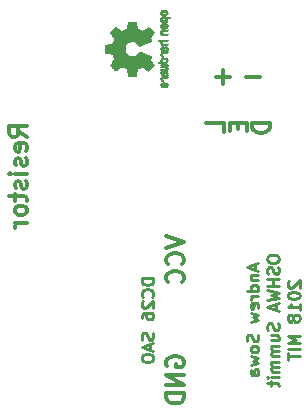
<source format=gbr>
G04 #@! TF.GenerationSoftware,KiCad,Pcbnew,(5.0.0)*
G04 #@! TF.CreationDate,2018-08-31T01:49:10-05:00*
G04 #@! TF.ProjectId,OSHWA Addon,4F53485741204164646F6E2E6B696361,rev?*
G04 #@! TF.SameCoordinates,Original*
G04 #@! TF.FileFunction,Legend,Bot*
G04 #@! TF.FilePolarity,Positive*
%FSLAX46Y46*%
G04 Gerber Fmt 4.6, Leading zero omitted, Abs format (unit mm)*
G04 Created by KiCad (PCBNEW (5.0.0)) date 08/31/18 01:49:10*
%MOMM*%
%LPD*%
G01*
G04 APERTURE LIST*
%ADD10C,0.300000*%
%ADD11C,0.250000*%
%ADD12C,0.010000*%
G04 APERTURE END LIST*
D10*
X26678571Y-12337142D02*
X25178571Y-12337142D01*
X25178571Y-12694285D01*
X25250000Y-12908571D01*
X25392857Y-13051428D01*
X25535714Y-13122857D01*
X25821428Y-13194285D01*
X26035714Y-13194285D01*
X26321428Y-13122857D01*
X26464285Y-13051428D01*
X26607142Y-12908571D01*
X26678571Y-12694285D01*
X26678571Y-12337142D01*
X22808571Y-13054285D02*
X22808571Y-12340000D01*
X21308571Y-12340000D01*
X23982857Y-12318571D02*
X23982857Y-12818571D01*
X24768571Y-13032857D02*
X24768571Y-12318571D01*
X23268571Y-12318571D01*
X23268571Y-13032857D01*
D11*
X16812380Y-25476190D02*
X15812380Y-25476190D01*
X15812380Y-25714285D01*
X15860000Y-25857142D01*
X15955238Y-25952380D01*
X16050476Y-26000000D01*
X16240952Y-26047619D01*
X16383809Y-26047619D01*
X16574285Y-26000000D01*
X16669523Y-25952380D01*
X16764761Y-25857142D01*
X16812380Y-25714285D01*
X16812380Y-25476190D01*
X16717142Y-27047619D02*
X16764761Y-27000000D01*
X16812380Y-26857142D01*
X16812380Y-26761904D01*
X16764761Y-26619047D01*
X16669523Y-26523809D01*
X16574285Y-26476190D01*
X16383809Y-26428571D01*
X16240952Y-26428571D01*
X16050476Y-26476190D01*
X15955238Y-26523809D01*
X15860000Y-26619047D01*
X15812380Y-26761904D01*
X15812380Y-26857142D01*
X15860000Y-27000000D01*
X15907619Y-27047619D01*
X15907619Y-27428571D02*
X15860000Y-27476190D01*
X15812380Y-27571428D01*
X15812380Y-27809523D01*
X15860000Y-27904761D01*
X15907619Y-27952380D01*
X16002857Y-28000000D01*
X16098095Y-28000000D01*
X16240952Y-27952380D01*
X16812380Y-27380952D01*
X16812380Y-28000000D01*
X15812380Y-28857142D02*
X15812380Y-28666666D01*
X15860000Y-28571428D01*
X15907619Y-28523809D01*
X16050476Y-28428571D01*
X16240952Y-28380952D01*
X16621904Y-28380952D01*
X16717142Y-28428571D01*
X16764761Y-28476190D01*
X16812380Y-28571428D01*
X16812380Y-28761904D01*
X16764761Y-28857142D01*
X16717142Y-28904761D01*
X16621904Y-28952380D01*
X16383809Y-28952380D01*
X16288571Y-28904761D01*
X16240952Y-28857142D01*
X16193333Y-28761904D01*
X16193333Y-28571428D01*
X16240952Y-28476190D01*
X16288571Y-28428571D01*
X16383809Y-28380952D01*
X16764761Y-30095238D02*
X16812380Y-30238095D01*
X16812380Y-30476190D01*
X16764761Y-30571428D01*
X16717142Y-30619047D01*
X16621904Y-30666666D01*
X16526666Y-30666666D01*
X16431428Y-30619047D01*
X16383809Y-30571428D01*
X16336190Y-30476190D01*
X16288571Y-30285714D01*
X16240952Y-30190476D01*
X16193333Y-30142857D01*
X16098095Y-30095238D01*
X16002857Y-30095238D01*
X15907619Y-30142857D01*
X15860000Y-30190476D01*
X15812380Y-30285714D01*
X15812380Y-30523809D01*
X15860000Y-30666666D01*
X16526666Y-31047619D02*
X16526666Y-31523809D01*
X16812380Y-30952380D02*
X15812380Y-31285714D01*
X16812380Y-31619047D01*
X15812380Y-32142857D02*
X15812380Y-32333333D01*
X15860000Y-32428571D01*
X15955238Y-32523809D01*
X16145714Y-32571428D01*
X16479047Y-32571428D01*
X16669523Y-32523809D01*
X16764761Y-32428571D01*
X16812380Y-32333333D01*
X16812380Y-32142857D01*
X16764761Y-32047619D01*
X16669523Y-31952380D01*
X16479047Y-31904761D01*
X16145714Y-31904761D01*
X15955238Y-31952380D01*
X15860000Y-32047619D01*
X15812380Y-32142857D01*
X25416666Y-24309523D02*
X25416666Y-24785714D01*
X25702380Y-24214285D02*
X24702380Y-24547619D01*
X25702380Y-24880952D01*
X25035714Y-25214285D02*
X25702380Y-25214285D01*
X25130952Y-25214285D02*
X25083333Y-25261904D01*
X25035714Y-25357142D01*
X25035714Y-25500000D01*
X25083333Y-25595238D01*
X25178571Y-25642857D01*
X25702380Y-25642857D01*
X25702380Y-26547619D02*
X24702380Y-26547619D01*
X25654761Y-26547619D02*
X25702380Y-26452380D01*
X25702380Y-26261904D01*
X25654761Y-26166666D01*
X25607142Y-26119047D01*
X25511904Y-26071428D01*
X25226190Y-26071428D01*
X25130952Y-26119047D01*
X25083333Y-26166666D01*
X25035714Y-26261904D01*
X25035714Y-26452380D01*
X25083333Y-26547619D01*
X25702380Y-27023809D02*
X25035714Y-27023809D01*
X25226190Y-27023809D02*
X25130952Y-27071428D01*
X25083333Y-27119047D01*
X25035714Y-27214285D01*
X25035714Y-27309523D01*
X25654761Y-28023809D02*
X25702380Y-27928571D01*
X25702380Y-27738095D01*
X25654761Y-27642857D01*
X25559523Y-27595238D01*
X25178571Y-27595238D01*
X25083333Y-27642857D01*
X25035714Y-27738095D01*
X25035714Y-27928571D01*
X25083333Y-28023809D01*
X25178571Y-28071428D01*
X25273809Y-28071428D01*
X25369047Y-27595238D01*
X25035714Y-28404761D02*
X25702380Y-28595238D01*
X25226190Y-28785714D01*
X25702380Y-28976190D01*
X25035714Y-29166666D01*
X25654761Y-30261904D02*
X25702380Y-30404761D01*
X25702380Y-30642857D01*
X25654761Y-30738095D01*
X25607142Y-30785714D01*
X25511904Y-30833333D01*
X25416666Y-30833333D01*
X25321428Y-30785714D01*
X25273809Y-30738095D01*
X25226190Y-30642857D01*
X25178571Y-30452380D01*
X25130952Y-30357142D01*
X25083333Y-30309523D01*
X24988095Y-30261904D01*
X24892857Y-30261904D01*
X24797619Y-30309523D01*
X24750000Y-30357142D01*
X24702380Y-30452380D01*
X24702380Y-30690476D01*
X24750000Y-30833333D01*
X25702380Y-31404761D02*
X25654761Y-31309523D01*
X25607142Y-31261904D01*
X25511904Y-31214285D01*
X25226190Y-31214285D01*
X25130952Y-31261904D01*
X25083333Y-31309523D01*
X25035714Y-31404761D01*
X25035714Y-31547619D01*
X25083333Y-31642857D01*
X25130952Y-31690476D01*
X25226190Y-31738095D01*
X25511904Y-31738095D01*
X25607142Y-31690476D01*
X25654761Y-31642857D01*
X25702380Y-31547619D01*
X25702380Y-31404761D01*
X25035714Y-32071428D02*
X25702380Y-32261904D01*
X25226190Y-32452380D01*
X25702380Y-32642857D01*
X25035714Y-32833333D01*
X25702380Y-33642857D02*
X25178571Y-33642857D01*
X25083333Y-33595238D01*
X25035714Y-33500000D01*
X25035714Y-33309523D01*
X25083333Y-33214285D01*
X25654761Y-33642857D02*
X25702380Y-33547619D01*
X25702380Y-33309523D01*
X25654761Y-33214285D01*
X25559523Y-33166666D01*
X25464285Y-33166666D01*
X25369047Y-33214285D01*
X25321428Y-33309523D01*
X25321428Y-33547619D01*
X25273809Y-33642857D01*
X26452380Y-23738095D02*
X26452380Y-23928571D01*
X26500000Y-24023809D01*
X26595238Y-24119047D01*
X26785714Y-24166666D01*
X27119047Y-24166666D01*
X27309523Y-24119047D01*
X27404761Y-24023809D01*
X27452380Y-23928571D01*
X27452380Y-23738095D01*
X27404761Y-23642857D01*
X27309523Y-23547619D01*
X27119047Y-23500000D01*
X26785714Y-23500000D01*
X26595238Y-23547619D01*
X26500000Y-23642857D01*
X26452380Y-23738095D01*
X27404761Y-24547619D02*
X27452380Y-24690476D01*
X27452380Y-24928571D01*
X27404761Y-25023809D01*
X27357142Y-25071428D01*
X27261904Y-25119047D01*
X27166666Y-25119047D01*
X27071428Y-25071428D01*
X27023809Y-25023809D01*
X26976190Y-24928571D01*
X26928571Y-24738095D01*
X26880952Y-24642857D01*
X26833333Y-24595238D01*
X26738095Y-24547619D01*
X26642857Y-24547619D01*
X26547619Y-24595238D01*
X26500000Y-24642857D01*
X26452380Y-24738095D01*
X26452380Y-24976190D01*
X26500000Y-25119047D01*
X27452380Y-25547619D02*
X26452380Y-25547619D01*
X26928571Y-25547619D02*
X26928571Y-26119047D01*
X27452380Y-26119047D02*
X26452380Y-26119047D01*
X26452380Y-26500000D02*
X27452380Y-26738095D01*
X26738095Y-26928571D01*
X27452380Y-27119047D01*
X26452380Y-27357142D01*
X27166666Y-27690476D02*
X27166666Y-28166666D01*
X27452380Y-27595238D02*
X26452380Y-27928571D01*
X27452380Y-28261904D01*
X27404761Y-29309523D02*
X27452380Y-29452380D01*
X27452380Y-29690476D01*
X27404761Y-29785714D01*
X27357142Y-29833333D01*
X27261904Y-29880952D01*
X27166666Y-29880952D01*
X27071428Y-29833333D01*
X27023809Y-29785714D01*
X26976190Y-29690476D01*
X26928571Y-29500000D01*
X26880952Y-29404761D01*
X26833333Y-29357142D01*
X26738095Y-29309523D01*
X26642857Y-29309523D01*
X26547619Y-29357142D01*
X26500000Y-29404761D01*
X26452380Y-29500000D01*
X26452380Y-29738095D01*
X26500000Y-29880952D01*
X26785714Y-30738095D02*
X27452380Y-30738095D01*
X26785714Y-30309523D02*
X27309523Y-30309523D01*
X27404761Y-30357142D01*
X27452380Y-30452380D01*
X27452380Y-30595238D01*
X27404761Y-30690476D01*
X27357142Y-30738095D01*
X27452380Y-31214285D02*
X26785714Y-31214285D01*
X26880952Y-31214285D02*
X26833333Y-31261904D01*
X26785714Y-31357142D01*
X26785714Y-31500000D01*
X26833333Y-31595238D01*
X26928571Y-31642857D01*
X27452380Y-31642857D01*
X26928571Y-31642857D02*
X26833333Y-31690476D01*
X26785714Y-31785714D01*
X26785714Y-31928571D01*
X26833333Y-32023809D01*
X26928571Y-32071428D01*
X27452380Y-32071428D01*
X27452380Y-32547619D02*
X26785714Y-32547619D01*
X26880952Y-32547619D02*
X26833333Y-32595238D01*
X26785714Y-32690476D01*
X26785714Y-32833333D01*
X26833333Y-32928571D01*
X26928571Y-32976190D01*
X27452380Y-32976190D01*
X26928571Y-32976190D02*
X26833333Y-33023809D01*
X26785714Y-33119047D01*
X26785714Y-33261904D01*
X26833333Y-33357142D01*
X26928571Y-33404761D01*
X27452380Y-33404761D01*
X27452380Y-33880952D02*
X26785714Y-33880952D01*
X26452380Y-33880952D02*
X26500000Y-33833333D01*
X26547619Y-33880952D01*
X26500000Y-33928571D01*
X26452380Y-33880952D01*
X26547619Y-33880952D01*
X26785714Y-34214285D02*
X26785714Y-34595238D01*
X26452380Y-34357142D02*
X27309523Y-34357142D01*
X27404761Y-34404761D01*
X27452380Y-34500000D01*
X27452380Y-34595238D01*
X28297619Y-25714285D02*
X28250000Y-25761904D01*
X28202380Y-25857142D01*
X28202380Y-26095238D01*
X28250000Y-26190476D01*
X28297619Y-26238095D01*
X28392857Y-26285714D01*
X28488095Y-26285714D01*
X28630952Y-26238095D01*
X29202380Y-25666666D01*
X29202380Y-26285714D01*
X28202380Y-26904761D02*
X28202380Y-27000000D01*
X28250000Y-27095238D01*
X28297619Y-27142857D01*
X28392857Y-27190476D01*
X28583333Y-27238095D01*
X28821428Y-27238095D01*
X29011904Y-27190476D01*
X29107142Y-27142857D01*
X29154761Y-27095238D01*
X29202380Y-27000000D01*
X29202380Y-26904761D01*
X29154761Y-26809523D01*
X29107142Y-26761904D01*
X29011904Y-26714285D01*
X28821428Y-26666666D01*
X28583333Y-26666666D01*
X28392857Y-26714285D01*
X28297619Y-26761904D01*
X28250000Y-26809523D01*
X28202380Y-26904761D01*
X29202380Y-28190476D02*
X29202380Y-27619047D01*
X29202380Y-27904761D02*
X28202380Y-27904761D01*
X28345238Y-27809523D01*
X28440476Y-27714285D01*
X28488095Y-27619047D01*
X28630952Y-28761904D02*
X28583333Y-28666666D01*
X28535714Y-28619047D01*
X28440476Y-28571428D01*
X28392857Y-28571428D01*
X28297619Y-28619047D01*
X28250000Y-28666666D01*
X28202380Y-28761904D01*
X28202380Y-28952380D01*
X28250000Y-29047619D01*
X28297619Y-29095238D01*
X28392857Y-29142857D01*
X28440476Y-29142857D01*
X28535714Y-29095238D01*
X28583333Y-29047619D01*
X28630952Y-28952380D01*
X28630952Y-28761904D01*
X28678571Y-28666666D01*
X28726190Y-28619047D01*
X28821428Y-28571428D01*
X29011904Y-28571428D01*
X29107142Y-28619047D01*
X29154761Y-28666666D01*
X29202380Y-28761904D01*
X29202380Y-28952380D01*
X29154761Y-29047619D01*
X29107142Y-29095238D01*
X29011904Y-29142857D01*
X28821428Y-29142857D01*
X28726190Y-29095238D01*
X28678571Y-29047619D01*
X28630952Y-28952380D01*
X29202380Y-30333333D02*
X28202380Y-30333333D01*
X28916666Y-30666666D01*
X28202380Y-31000000D01*
X29202380Y-31000000D01*
X29202380Y-31476190D02*
X28202380Y-31476190D01*
X28202380Y-31809523D02*
X28202380Y-32380952D01*
X29202380Y-32095238D02*
X28202380Y-32095238D01*
D10*
X25826543Y-8457142D02*
X24683686Y-8457142D01*
X23286543Y-8457142D02*
X22143686Y-8457142D01*
X22715115Y-9028571D02*
X22715115Y-7885714D01*
X6098571Y-13478571D02*
X5384285Y-12978571D01*
X6098571Y-12621428D02*
X4598571Y-12621428D01*
X4598571Y-13192857D01*
X4670000Y-13335714D01*
X4741428Y-13407142D01*
X4884285Y-13478571D01*
X5098571Y-13478571D01*
X5241428Y-13407142D01*
X5312857Y-13335714D01*
X5384285Y-13192857D01*
X5384285Y-12621428D01*
X6027142Y-14692857D02*
X6098571Y-14550000D01*
X6098571Y-14264285D01*
X6027142Y-14121428D01*
X5884285Y-14050000D01*
X5312857Y-14050000D01*
X5170000Y-14121428D01*
X5098571Y-14264285D01*
X5098571Y-14550000D01*
X5170000Y-14692857D01*
X5312857Y-14764285D01*
X5455714Y-14764285D01*
X5598571Y-14050000D01*
X6027142Y-15335714D02*
X6098571Y-15478571D01*
X6098571Y-15764285D01*
X6027142Y-15907142D01*
X5884285Y-15978571D01*
X5812857Y-15978571D01*
X5670000Y-15907142D01*
X5598571Y-15764285D01*
X5598571Y-15550000D01*
X5527142Y-15407142D01*
X5384285Y-15335714D01*
X5312857Y-15335714D01*
X5170000Y-15407142D01*
X5098571Y-15550000D01*
X5098571Y-15764285D01*
X5170000Y-15907142D01*
X6098571Y-16621428D02*
X5098571Y-16621428D01*
X4598571Y-16621428D02*
X4670000Y-16550000D01*
X4741428Y-16621428D01*
X4670000Y-16692857D01*
X4598571Y-16621428D01*
X4741428Y-16621428D01*
X6027142Y-17264285D02*
X6098571Y-17407142D01*
X6098571Y-17692857D01*
X6027142Y-17835714D01*
X5884285Y-17907142D01*
X5812857Y-17907142D01*
X5670000Y-17835714D01*
X5598571Y-17692857D01*
X5598571Y-17478571D01*
X5527142Y-17335714D01*
X5384285Y-17264285D01*
X5312857Y-17264285D01*
X5170000Y-17335714D01*
X5098571Y-17478571D01*
X5098571Y-17692857D01*
X5170000Y-17835714D01*
X5098571Y-18335714D02*
X5098571Y-18907142D01*
X4598571Y-18550000D02*
X5884285Y-18550000D01*
X6027142Y-18621428D01*
X6098571Y-18764285D01*
X6098571Y-18907142D01*
X6098571Y-19621428D02*
X6027142Y-19478571D01*
X5955714Y-19407142D01*
X5812857Y-19335714D01*
X5384285Y-19335714D01*
X5241428Y-19407142D01*
X5170000Y-19478571D01*
X5098571Y-19621428D01*
X5098571Y-19835714D01*
X5170000Y-19978571D01*
X5241428Y-20050000D01*
X5384285Y-20121428D01*
X5812857Y-20121428D01*
X5955714Y-20050000D01*
X6027142Y-19978571D01*
X6098571Y-19835714D01*
X6098571Y-19621428D01*
X6098571Y-20764285D02*
X5098571Y-20764285D01*
X5384285Y-20764285D02*
X5241428Y-20835714D01*
X5170000Y-20907142D01*
X5098571Y-21050000D01*
X5098571Y-21192857D01*
X17980000Y-32927142D02*
X17908571Y-32784285D01*
X17908571Y-32570000D01*
X17980000Y-32355714D01*
X18122857Y-32212857D01*
X18265714Y-32141428D01*
X18551428Y-32070000D01*
X18765714Y-32070000D01*
X19051428Y-32141428D01*
X19194285Y-32212857D01*
X19337142Y-32355714D01*
X19408571Y-32570000D01*
X19408571Y-32712857D01*
X19337142Y-32927142D01*
X19265714Y-32998571D01*
X18765714Y-32998571D01*
X18765714Y-32712857D01*
X19408571Y-33641428D02*
X17908571Y-33641428D01*
X19408571Y-34498571D01*
X17908571Y-34498571D01*
X19408571Y-35212857D02*
X17908571Y-35212857D01*
X17908571Y-35570000D01*
X17980000Y-35784285D01*
X18122857Y-35927142D01*
X18265714Y-35998571D01*
X18551428Y-36070000D01*
X18765714Y-36070000D01*
X19051428Y-35998571D01*
X19194285Y-35927142D01*
X19337142Y-35784285D01*
X19408571Y-35570000D01*
X19408571Y-35212857D01*
X17908571Y-21930000D02*
X19408571Y-22430000D01*
X17908571Y-22930000D01*
X19265714Y-24287142D02*
X19337142Y-24215714D01*
X19408571Y-24001428D01*
X19408571Y-23858571D01*
X19337142Y-23644285D01*
X19194285Y-23501428D01*
X19051428Y-23430000D01*
X18765714Y-23358571D01*
X18551428Y-23358571D01*
X18265714Y-23430000D01*
X18122857Y-23501428D01*
X17980000Y-23644285D01*
X17908571Y-23858571D01*
X17908571Y-24001428D01*
X17980000Y-24215714D01*
X18051428Y-24287142D01*
X19265714Y-25787142D02*
X19337142Y-25715714D01*
X19408571Y-25501428D01*
X19408571Y-25358571D01*
X19337142Y-25144285D01*
X19194285Y-25001428D01*
X19051428Y-24930000D01*
X18765714Y-24858571D01*
X18551428Y-24858571D01*
X18265714Y-24930000D01*
X18122857Y-25001428D01*
X17980000Y-25144285D01*
X17908571Y-25358571D01*
X17908571Y-25501428D01*
X17980000Y-25715714D01*
X18051428Y-25787142D01*
D12*
G04 #@! TO.C,REF\002A\002A*
G36*
X12702348Y-6147207D02*
X12702778Y-6225751D01*
X12703942Y-6282595D01*
X12706207Y-6321402D01*
X12709940Y-6345835D01*
X12715506Y-6359559D01*
X12723273Y-6366237D01*
X12733605Y-6369533D01*
X12734943Y-6369853D01*
X12759079Y-6374859D01*
X12806701Y-6384126D01*
X12872741Y-6396689D01*
X12952128Y-6411584D01*
X13039796Y-6427848D01*
X13042875Y-6428416D01*
X13128789Y-6444707D01*
X13204696Y-6459949D01*
X13266045Y-6473158D01*
X13308282Y-6483351D01*
X13326855Y-6489545D01*
X13327184Y-6489840D01*
X13336253Y-6508085D01*
X13351367Y-6545702D01*
X13369262Y-6594568D01*
X13369358Y-6594840D01*
X13392493Y-6656390D01*
X13421965Y-6728954D01*
X13451597Y-6797354D01*
X13453062Y-6800591D01*
X13503626Y-6911999D01*
X13335160Y-7158696D01*
X13283803Y-7234374D01*
X13237889Y-7302928D01*
X13200030Y-7360385D01*
X13172837Y-7402773D01*
X13158921Y-7426122D01*
X13157889Y-7428339D01*
X13162484Y-7445307D01*
X13184655Y-7476998D01*
X13225447Y-7524649D01*
X13285905Y-7589495D01*
X13350227Y-7655694D01*
X13413612Y-7719511D01*
X13471451Y-7776626D01*
X13520175Y-7823602D01*
X13556210Y-7857000D01*
X13575984Y-7873382D01*
X13577002Y-7873991D01*
X13590572Y-7875802D01*
X13612733Y-7868980D01*
X13646478Y-7851837D01*
X13694800Y-7822690D01*
X13760692Y-7779852D01*
X13845517Y-7722745D01*
X13920177Y-7672063D01*
X13987140Y-7626758D01*
X14042516Y-7589447D01*
X14082420Y-7562749D01*
X14102962Y-7549282D01*
X14104356Y-7548434D01*
X14124038Y-7550078D01*
X14162293Y-7562542D01*
X14211889Y-7583345D01*
X14227728Y-7590759D01*
X14298290Y-7623111D01*
X14378353Y-7657625D01*
X14447629Y-7685662D01*
X14499045Y-7705865D01*
X14538119Y-7721912D01*
X14558541Y-7731185D01*
X14560114Y-7732338D01*
X14562721Y-7749393D01*
X14569863Y-7789595D01*
X14580523Y-7847599D01*
X14593685Y-7918060D01*
X14608333Y-7995632D01*
X14623449Y-8074969D01*
X14638018Y-8150728D01*
X14651022Y-8217561D01*
X14661445Y-8270125D01*
X14668270Y-8303073D01*
X14670199Y-8311154D01*
X14674962Y-8319502D01*
X14685718Y-8325803D01*
X14706098Y-8330342D01*
X14739734Y-8333401D01*
X14790255Y-8335264D01*
X14861292Y-8336215D01*
X14956476Y-8336537D01*
X14995492Y-8336554D01*
X15312799Y-8336554D01*
X15327839Y-8260354D01*
X15335995Y-8217960D01*
X15347899Y-8154697D01*
X15362116Y-8078259D01*
X15377210Y-7996340D01*
X15381355Y-7973697D01*
X15396053Y-7898103D01*
X15410505Y-7832250D01*
X15423375Y-7781663D01*
X15433322Y-7751871D01*
X15436287Y-7746909D01*
X15457283Y-7734723D01*
X15497967Y-7717250D01*
X15550322Y-7697874D01*
X15561600Y-7694031D01*
X15631523Y-7668636D01*
X15710418Y-7637114D01*
X15781266Y-7606266D01*
X15781595Y-7606114D01*
X15892733Y-7554744D01*
X16141253Y-7723696D01*
X16389772Y-7892649D01*
X16607058Y-7675726D01*
X16671726Y-7610116D01*
X16728733Y-7550276D01*
X16775033Y-7499564D01*
X16807584Y-7461343D01*
X16823343Y-7438972D01*
X16824343Y-7435763D01*
X16816469Y-7416923D01*
X16794578Y-7378477D01*
X16761267Y-7324627D01*
X16719131Y-7259573D01*
X16671943Y-7189237D01*
X16623810Y-7117852D01*
X16581928Y-7054205D01*
X16548871Y-7002338D01*
X16527218Y-6966292D01*
X16519543Y-6950164D01*
X16526037Y-6930486D01*
X16543150Y-6893172D01*
X16567326Y-6845918D01*
X16570013Y-6840909D01*
X16601927Y-6777274D01*
X16617579Y-6733638D01*
X16617745Y-6706499D01*
X16603204Y-6692354D01*
X16603000Y-6692272D01*
X16585779Y-6685202D01*
X16544899Y-6668339D01*
X16483525Y-6642992D01*
X16404819Y-6610468D01*
X16311947Y-6572075D01*
X16208072Y-6529119D01*
X16107502Y-6487519D01*
X15996516Y-6441801D01*
X15893703Y-6399823D01*
X15802215Y-6362845D01*
X15725201Y-6332124D01*
X15665815Y-6308919D01*
X15627209Y-6294487D01*
X15612800Y-6290040D01*
X15596272Y-6301193D01*
X15569930Y-6330366D01*
X15540887Y-6369268D01*
X15449039Y-6480054D01*
X15343759Y-6566648D01*
X15227266Y-6628013D01*
X15101776Y-6663112D01*
X14969507Y-6670905D01*
X14908457Y-6665240D01*
X14781795Y-6634375D01*
X14669941Y-6581217D01*
X14574001Y-6509064D01*
X14495076Y-6421214D01*
X14434270Y-6320962D01*
X14392687Y-6211607D01*
X14371428Y-6096444D01*
X14371599Y-5978772D01*
X14394301Y-5861887D01*
X14440638Y-5749086D01*
X14511713Y-5643666D01*
X14551911Y-5599665D01*
X14655129Y-5515276D01*
X14767925Y-5456519D01*
X14887010Y-5423001D01*
X15009095Y-5414332D01*
X15130893Y-5430120D01*
X15249116Y-5469975D01*
X15360475Y-5533504D01*
X15461684Y-5620318D01*
X15540887Y-5717326D01*
X15571162Y-5757734D01*
X15597219Y-5786279D01*
X15612825Y-5796554D01*
X15629843Y-5791174D01*
X15670500Y-5775872D01*
X15731642Y-5751909D01*
X15810119Y-5720541D01*
X15902780Y-5683029D01*
X16006472Y-5640630D01*
X16107526Y-5598960D01*
X16218607Y-5552987D01*
X16321541Y-5510404D01*
X16413165Y-5472518D01*
X16490316Y-5440637D01*
X16549831Y-5416068D01*
X16588544Y-5400117D01*
X16603000Y-5394207D01*
X16617685Y-5380245D01*
X16617642Y-5353237D01*
X16602099Y-5309710D01*
X16570284Y-5246187D01*
X16570013Y-5245685D01*
X16545323Y-5197857D01*
X16527338Y-5159194D01*
X16519614Y-5137392D01*
X16519543Y-5136430D01*
X16527378Y-5120018D01*
X16549165Y-5083784D01*
X16582328Y-5031771D01*
X16624291Y-4968022D01*
X16671943Y-4897357D01*
X16720191Y-4825413D01*
X16762151Y-4760571D01*
X16795227Y-4707032D01*
X16816821Y-4668994D01*
X16824343Y-4650830D01*
X16814457Y-4634105D01*
X16786826Y-4600477D01*
X16744495Y-4553307D01*
X16690505Y-4495955D01*
X16627899Y-4431781D01*
X16606983Y-4410794D01*
X16389623Y-4193796D01*
X16147220Y-4358965D01*
X16072781Y-4409161D01*
X16005972Y-4453216D01*
X15950665Y-4488659D01*
X15910729Y-4513016D01*
X15890036Y-4523819D01*
X15888563Y-4524135D01*
X15869058Y-4518440D01*
X15829822Y-4503123D01*
X15777430Y-4480834D01*
X15742355Y-4465190D01*
X15675201Y-4435938D01*
X15607358Y-4408391D01*
X15550034Y-4387034D01*
X15532572Y-4381232D01*
X15485938Y-4364749D01*
X15449905Y-4348637D01*
X15436287Y-4339787D01*
X15427952Y-4320257D01*
X15416137Y-4277631D01*
X15402181Y-4217442D01*
X15387422Y-4145219D01*
X15381355Y-4112897D01*
X15366273Y-4030819D01*
X15351669Y-3952092D01*
X15338980Y-3884406D01*
X15329642Y-3835457D01*
X15327839Y-3826240D01*
X15312799Y-3750040D01*
X14995492Y-3750040D01*
X14891154Y-3750211D01*
X14812213Y-3750913D01*
X14755038Y-3752431D01*
X14715999Y-3755046D01*
X14691465Y-3759043D01*
X14677805Y-3764706D01*
X14671389Y-3772317D01*
X14670199Y-3775440D01*
X14665980Y-3794275D01*
X14657562Y-3835885D01*
X14645961Y-3894927D01*
X14632195Y-3966054D01*
X14617280Y-4043922D01*
X14602232Y-4123184D01*
X14588069Y-4198495D01*
X14575806Y-4264510D01*
X14566461Y-4315884D01*
X14561050Y-4347272D01*
X14560114Y-4354256D01*
X14547596Y-4360582D01*
X14514246Y-4374587D01*
X14466377Y-4393652D01*
X14447629Y-4400931D01*
X14375195Y-4430293D01*
X14295170Y-4464868D01*
X14227728Y-4495834D01*
X14176159Y-4518620D01*
X14133785Y-4533779D01*
X14107834Y-4538839D01*
X14104356Y-4538033D01*
X14087936Y-4527338D01*
X14051417Y-4502917D01*
X13998687Y-4467392D01*
X13933635Y-4423384D01*
X13860151Y-4373514D01*
X13845645Y-4363653D01*
X13759704Y-4305789D01*
X13694261Y-4263253D01*
X13646304Y-4234351D01*
X13612820Y-4217387D01*
X13590795Y-4210664D01*
X13577217Y-4212487D01*
X13577131Y-4212533D01*
X13559297Y-4226883D01*
X13524817Y-4258620D01*
X13477268Y-4304307D01*
X13420222Y-4360501D01*
X13357255Y-4423765D01*
X13350227Y-4430899D01*
X13273020Y-4510627D01*
X13216330Y-4572154D01*
X13179110Y-4616718D01*
X13160315Y-4645554D01*
X13157889Y-4658255D01*
X13168471Y-4676791D01*
X13192916Y-4715258D01*
X13228612Y-4769683D01*
X13272947Y-4836095D01*
X13323311Y-4910522D01*
X13335160Y-4927898D01*
X13503626Y-5174594D01*
X13453062Y-5286003D01*
X13423595Y-5353754D01*
X13393959Y-5426480D01*
X13370330Y-5489000D01*
X13369358Y-5491754D01*
X13351457Y-5540657D01*
X13336320Y-5578354D01*
X13327210Y-5596722D01*
X13327184Y-5596753D01*
X13310717Y-5602582D01*
X13270219Y-5612489D01*
X13210242Y-5625492D01*
X13135340Y-5640606D01*
X13050064Y-5656849D01*
X13042875Y-5658178D01*
X12955014Y-5674472D01*
X12875260Y-5689430D01*
X12808681Y-5702088D01*
X12760347Y-5711483D01*
X12735325Y-5716651D01*
X12734943Y-5716741D01*
X12724299Y-5719886D01*
X12716262Y-5726001D01*
X12710467Y-5738750D01*
X12706547Y-5761797D01*
X12704135Y-5798806D01*
X12702865Y-5853441D01*
X12702371Y-5929364D01*
X12702286Y-6030241D01*
X12702286Y-6043297D01*
X12702348Y-6147207D01*
X12702348Y-6147207D01*
G37*
X12702348Y-6147207D02*
X12702778Y-6225751D01*
X12703942Y-6282595D01*
X12706207Y-6321402D01*
X12709940Y-6345835D01*
X12715506Y-6359559D01*
X12723273Y-6366237D01*
X12733605Y-6369533D01*
X12734943Y-6369853D01*
X12759079Y-6374859D01*
X12806701Y-6384126D01*
X12872741Y-6396689D01*
X12952128Y-6411584D01*
X13039796Y-6427848D01*
X13042875Y-6428416D01*
X13128789Y-6444707D01*
X13204696Y-6459949D01*
X13266045Y-6473158D01*
X13308282Y-6483351D01*
X13326855Y-6489545D01*
X13327184Y-6489840D01*
X13336253Y-6508085D01*
X13351367Y-6545702D01*
X13369262Y-6594568D01*
X13369358Y-6594840D01*
X13392493Y-6656390D01*
X13421965Y-6728954D01*
X13451597Y-6797354D01*
X13453062Y-6800591D01*
X13503626Y-6911999D01*
X13335160Y-7158696D01*
X13283803Y-7234374D01*
X13237889Y-7302928D01*
X13200030Y-7360385D01*
X13172837Y-7402773D01*
X13158921Y-7426122D01*
X13157889Y-7428339D01*
X13162484Y-7445307D01*
X13184655Y-7476998D01*
X13225447Y-7524649D01*
X13285905Y-7589495D01*
X13350227Y-7655694D01*
X13413612Y-7719511D01*
X13471451Y-7776626D01*
X13520175Y-7823602D01*
X13556210Y-7857000D01*
X13575984Y-7873382D01*
X13577002Y-7873991D01*
X13590572Y-7875802D01*
X13612733Y-7868980D01*
X13646478Y-7851837D01*
X13694800Y-7822690D01*
X13760692Y-7779852D01*
X13845517Y-7722745D01*
X13920177Y-7672063D01*
X13987140Y-7626758D01*
X14042516Y-7589447D01*
X14082420Y-7562749D01*
X14102962Y-7549282D01*
X14104356Y-7548434D01*
X14124038Y-7550078D01*
X14162293Y-7562542D01*
X14211889Y-7583345D01*
X14227728Y-7590759D01*
X14298290Y-7623111D01*
X14378353Y-7657625D01*
X14447629Y-7685662D01*
X14499045Y-7705865D01*
X14538119Y-7721912D01*
X14558541Y-7731185D01*
X14560114Y-7732338D01*
X14562721Y-7749393D01*
X14569863Y-7789595D01*
X14580523Y-7847599D01*
X14593685Y-7918060D01*
X14608333Y-7995632D01*
X14623449Y-8074969D01*
X14638018Y-8150728D01*
X14651022Y-8217561D01*
X14661445Y-8270125D01*
X14668270Y-8303073D01*
X14670199Y-8311154D01*
X14674962Y-8319502D01*
X14685718Y-8325803D01*
X14706098Y-8330342D01*
X14739734Y-8333401D01*
X14790255Y-8335264D01*
X14861292Y-8336215D01*
X14956476Y-8336537D01*
X14995492Y-8336554D01*
X15312799Y-8336554D01*
X15327839Y-8260354D01*
X15335995Y-8217960D01*
X15347899Y-8154697D01*
X15362116Y-8078259D01*
X15377210Y-7996340D01*
X15381355Y-7973697D01*
X15396053Y-7898103D01*
X15410505Y-7832250D01*
X15423375Y-7781663D01*
X15433322Y-7751871D01*
X15436287Y-7746909D01*
X15457283Y-7734723D01*
X15497967Y-7717250D01*
X15550322Y-7697874D01*
X15561600Y-7694031D01*
X15631523Y-7668636D01*
X15710418Y-7637114D01*
X15781266Y-7606266D01*
X15781595Y-7606114D01*
X15892733Y-7554744D01*
X16141253Y-7723696D01*
X16389772Y-7892649D01*
X16607058Y-7675726D01*
X16671726Y-7610116D01*
X16728733Y-7550276D01*
X16775033Y-7499564D01*
X16807584Y-7461343D01*
X16823343Y-7438972D01*
X16824343Y-7435763D01*
X16816469Y-7416923D01*
X16794578Y-7378477D01*
X16761267Y-7324627D01*
X16719131Y-7259573D01*
X16671943Y-7189237D01*
X16623810Y-7117852D01*
X16581928Y-7054205D01*
X16548871Y-7002338D01*
X16527218Y-6966292D01*
X16519543Y-6950164D01*
X16526037Y-6930486D01*
X16543150Y-6893172D01*
X16567326Y-6845918D01*
X16570013Y-6840909D01*
X16601927Y-6777274D01*
X16617579Y-6733638D01*
X16617745Y-6706499D01*
X16603204Y-6692354D01*
X16603000Y-6692272D01*
X16585779Y-6685202D01*
X16544899Y-6668339D01*
X16483525Y-6642992D01*
X16404819Y-6610468D01*
X16311947Y-6572075D01*
X16208072Y-6529119D01*
X16107502Y-6487519D01*
X15996516Y-6441801D01*
X15893703Y-6399823D01*
X15802215Y-6362845D01*
X15725201Y-6332124D01*
X15665815Y-6308919D01*
X15627209Y-6294487D01*
X15612800Y-6290040D01*
X15596272Y-6301193D01*
X15569930Y-6330366D01*
X15540887Y-6369268D01*
X15449039Y-6480054D01*
X15343759Y-6566648D01*
X15227266Y-6628013D01*
X15101776Y-6663112D01*
X14969507Y-6670905D01*
X14908457Y-6665240D01*
X14781795Y-6634375D01*
X14669941Y-6581217D01*
X14574001Y-6509064D01*
X14495076Y-6421214D01*
X14434270Y-6320962D01*
X14392687Y-6211607D01*
X14371428Y-6096444D01*
X14371599Y-5978772D01*
X14394301Y-5861887D01*
X14440638Y-5749086D01*
X14511713Y-5643666D01*
X14551911Y-5599665D01*
X14655129Y-5515276D01*
X14767925Y-5456519D01*
X14887010Y-5423001D01*
X15009095Y-5414332D01*
X15130893Y-5430120D01*
X15249116Y-5469975D01*
X15360475Y-5533504D01*
X15461684Y-5620318D01*
X15540887Y-5717326D01*
X15571162Y-5757734D01*
X15597219Y-5786279D01*
X15612825Y-5796554D01*
X15629843Y-5791174D01*
X15670500Y-5775872D01*
X15731642Y-5751909D01*
X15810119Y-5720541D01*
X15902780Y-5683029D01*
X16006472Y-5640630D01*
X16107526Y-5598960D01*
X16218607Y-5552987D01*
X16321541Y-5510404D01*
X16413165Y-5472518D01*
X16490316Y-5440637D01*
X16549831Y-5416068D01*
X16588544Y-5400117D01*
X16603000Y-5394207D01*
X16617685Y-5380245D01*
X16617642Y-5353237D01*
X16602099Y-5309710D01*
X16570284Y-5246187D01*
X16570013Y-5245685D01*
X16545323Y-5197857D01*
X16527338Y-5159194D01*
X16519614Y-5137392D01*
X16519543Y-5136430D01*
X16527378Y-5120018D01*
X16549165Y-5083784D01*
X16582328Y-5031771D01*
X16624291Y-4968022D01*
X16671943Y-4897357D01*
X16720191Y-4825413D01*
X16762151Y-4760571D01*
X16795227Y-4707032D01*
X16816821Y-4668994D01*
X16824343Y-4650830D01*
X16814457Y-4634105D01*
X16786826Y-4600477D01*
X16744495Y-4553307D01*
X16690505Y-4495955D01*
X16627899Y-4431781D01*
X16606983Y-4410794D01*
X16389623Y-4193796D01*
X16147220Y-4358965D01*
X16072781Y-4409161D01*
X16005972Y-4453216D01*
X15950665Y-4488659D01*
X15910729Y-4513016D01*
X15890036Y-4523819D01*
X15888563Y-4524135D01*
X15869058Y-4518440D01*
X15829822Y-4503123D01*
X15777430Y-4480834D01*
X15742355Y-4465190D01*
X15675201Y-4435938D01*
X15607358Y-4408391D01*
X15550034Y-4387034D01*
X15532572Y-4381232D01*
X15485938Y-4364749D01*
X15449905Y-4348637D01*
X15436287Y-4339787D01*
X15427952Y-4320257D01*
X15416137Y-4277631D01*
X15402181Y-4217442D01*
X15387422Y-4145219D01*
X15381355Y-4112897D01*
X15366273Y-4030819D01*
X15351669Y-3952092D01*
X15338980Y-3884406D01*
X15329642Y-3835457D01*
X15327839Y-3826240D01*
X15312799Y-3750040D01*
X14995492Y-3750040D01*
X14891154Y-3750211D01*
X14812213Y-3750913D01*
X14755038Y-3752431D01*
X14715999Y-3755046D01*
X14691465Y-3759043D01*
X14677805Y-3764706D01*
X14671389Y-3772317D01*
X14670199Y-3775440D01*
X14665980Y-3794275D01*
X14657562Y-3835885D01*
X14645961Y-3894927D01*
X14632195Y-3966054D01*
X14617280Y-4043922D01*
X14602232Y-4123184D01*
X14588069Y-4198495D01*
X14575806Y-4264510D01*
X14566461Y-4315884D01*
X14561050Y-4347272D01*
X14560114Y-4354256D01*
X14547596Y-4360582D01*
X14514246Y-4374587D01*
X14466377Y-4393652D01*
X14447629Y-4400931D01*
X14375195Y-4430293D01*
X14295170Y-4464868D01*
X14227728Y-4495834D01*
X14176159Y-4518620D01*
X14133785Y-4533779D01*
X14107834Y-4538839D01*
X14104356Y-4538033D01*
X14087936Y-4527338D01*
X14051417Y-4502917D01*
X13998687Y-4467392D01*
X13933635Y-4423384D01*
X13860151Y-4373514D01*
X13845645Y-4363653D01*
X13759704Y-4305789D01*
X13694261Y-4263253D01*
X13646304Y-4234351D01*
X13612820Y-4217387D01*
X13590795Y-4210664D01*
X13577217Y-4212487D01*
X13577131Y-4212533D01*
X13559297Y-4226883D01*
X13524817Y-4258620D01*
X13477268Y-4304307D01*
X13420222Y-4360501D01*
X13357255Y-4423765D01*
X13350227Y-4430899D01*
X13273020Y-4510627D01*
X13216330Y-4572154D01*
X13179110Y-4616718D01*
X13160315Y-4645554D01*
X13157889Y-4658255D01*
X13168471Y-4676791D01*
X13192916Y-4715258D01*
X13228612Y-4769683D01*
X13272947Y-4836095D01*
X13323311Y-4910522D01*
X13335160Y-4927898D01*
X13503626Y-5174594D01*
X13453062Y-5286003D01*
X13423595Y-5353754D01*
X13393959Y-5426480D01*
X13370330Y-5489000D01*
X13369358Y-5491754D01*
X13351457Y-5540657D01*
X13336320Y-5578354D01*
X13327210Y-5596722D01*
X13327184Y-5596753D01*
X13310717Y-5602582D01*
X13270219Y-5612489D01*
X13210242Y-5625492D01*
X13135340Y-5640606D01*
X13050064Y-5656849D01*
X13042875Y-5658178D01*
X12955014Y-5674472D01*
X12875260Y-5689430D01*
X12808681Y-5702088D01*
X12760347Y-5711483D01*
X12735325Y-5716651D01*
X12734943Y-5716741D01*
X12724299Y-5719886D01*
X12716262Y-5726001D01*
X12710467Y-5738750D01*
X12706547Y-5761797D01*
X12704135Y-5798806D01*
X12702865Y-5853441D01*
X12702371Y-5929364D01*
X12702286Y-6030241D01*
X12702286Y-6043297D01*
X12702348Y-6147207D01*
G36*
X17426966Y-9196892D02*
X17464497Y-9254318D01*
X17498096Y-9282016D01*
X17559064Y-9303959D01*
X17607308Y-9305702D01*
X17671816Y-9301754D01*
X17736934Y-9152983D01*
X17770202Y-9080646D01*
X17796964Y-9033381D01*
X17820144Y-9008804D01*
X17842667Y-9004534D01*
X17867455Y-9018186D01*
X17883886Y-9033240D01*
X17910235Y-9077043D01*
X17912081Y-9124686D01*
X17891546Y-9168442D01*
X17850752Y-9200586D01*
X17836347Y-9206335D01*
X17791356Y-9233873D01*
X17772182Y-9265555D01*
X17755779Y-9309011D01*
X17817966Y-9309011D01*
X17860283Y-9305169D01*
X17895969Y-9290120D01*
X17936943Y-9258577D01*
X17942267Y-9253889D01*
X17978720Y-9218803D01*
X17998283Y-9188644D01*
X18007283Y-9150912D01*
X18010230Y-9119632D01*
X18010965Y-9063682D01*
X18001660Y-9023852D01*
X17987846Y-8999005D01*
X17957467Y-8959953D01*
X17924613Y-8932922D01*
X17883294Y-8915814D01*
X17827521Y-8906535D01*
X17751305Y-8902990D01*
X17712622Y-8902707D01*
X17666247Y-8903669D01*
X17666247Y-8991304D01*
X17691126Y-8992320D01*
X17695200Y-8994853D01*
X17689665Y-9011571D01*
X17675017Y-9047546D01*
X17654190Y-9095628D01*
X17649714Y-9105683D01*
X17618814Y-9166449D01*
X17591657Y-9199929D01*
X17566220Y-9207287D01*
X17540481Y-9189688D01*
X17529109Y-9175153D01*
X17506364Y-9122707D01*
X17510122Y-9073619D01*
X17537884Y-9032524D01*
X17587152Y-9004055D01*
X17626257Y-8994928D01*
X17666247Y-8991304D01*
X17666247Y-8903669D01*
X17622249Y-8904582D01*
X17555384Y-8911493D01*
X17506695Y-8925181D01*
X17470849Y-8947393D01*
X17442513Y-8979871D01*
X17433355Y-8994030D01*
X17409507Y-9058350D01*
X17408006Y-9128770D01*
X17426966Y-9196892D01*
X17426966Y-9196892D01*
G37*
X17426966Y-9196892D02*
X17464497Y-9254318D01*
X17498096Y-9282016D01*
X17559064Y-9303959D01*
X17607308Y-9305702D01*
X17671816Y-9301754D01*
X17736934Y-9152983D01*
X17770202Y-9080646D01*
X17796964Y-9033381D01*
X17820144Y-9008804D01*
X17842667Y-9004534D01*
X17867455Y-9018186D01*
X17883886Y-9033240D01*
X17910235Y-9077043D01*
X17912081Y-9124686D01*
X17891546Y-9168442D01*
X17850752Y-9200586D01*
X17836347Y-9206335D01*
X17791356Y-9233873D01*
X17772182Y-9265555D01*
X17755779Y-9309011D01*
X17817966Y-9309011D01*
X17860283Y-9305169D01*
X17895969Y-9290120D01*
X17936943Y-9258577D01*
X17942267Y-9253889D01*
X17978720Y-9218803D01*
X17998283Y-9188644D01*
X18007283Y-9150912D01*
X18010230Y-9119632D01*
X18010965Y-9063682D01*
X18001660Y-9023852D01*
X17987846Y-8999005D01*
X17957467Y-8959953D01*
X17924613Y-8932922D01*
X17883294Y-8915814D01*
X17827521Y-8906535D01*
X17751305Y-8902990D01*
X17712622Y-8902707D01*
X17666247Y-8903669D01*
X17666247Y-8991304D01*
X17691126Y-8992320D01*
X17695200Y-8994853D01*
X17689665Y-9011571D01*
X17675017Y-9047546D01*
X17654190Y-9095628D01*
X17649714Y-9105683D01*
X17618814Y-9166449D01*
X17591657Y-9199929D01*
X17566220Y-9207287D01*
X17540481Y-9189688D01*
X17529109Y-9175153D01*
X17506364Y-9122707D01*
X17510122Y-9073619D01*
X17537884Y-9032524D01*
X17587152Y-9004055D01*
X17626257Y-8994928D01*
X17666247Y-8991304D01*
X17666247Y-8903669D01*
X17622249Y-8904582D01*
X17555384Y-8911493D01*
X17506695Y-8925181D01*
X17470849Y-8947393D01*
X17442513Y-8979871D01*
X17433355Y-8994030D01*
X17409507Y-9058350D01*
X17408006Y-9128770D01*
X17426966Y-9196892D01*
G36*
X17418752Y-8695897D02*
X17426334Y-8713245D01*
X17459128Y-8754653D01*
X17506547Y-8790062D01*
X17557151Y-8811961D01*
X17582098Y-8815526D01*
X17616927Y-8803576D01*
X17635357Y-8777364D01*
X17646516Y-8749261D01*
X17648572Y-8736392D01*
X17633649Y-8730126D01*
X17601175Y-8717753D01*
X17586502Y-8712325D01*
X17535744Y-8681887D01*
X17510427Y-8637817D01*
X17511206Y-8581307D01*
X17512203Y-8577122D01*
X17526507Y-8546952D01*
X17554393Y-8524773D01*
X17599287Y-8509624D01*
X17664615Y-8500547D01*
X17753804Y-8496583D01*
X17801261Y-8496211D01*
X17876071Y-8496027D01*
X17927069Y-8494819D01*
X17959471Y-8491606D01*
X17978495Y-8485406D01*
X17989356Y-8475237D01*
X17997272Y-8460116D01*
X17997670Y-8459243D01*
X18009981Y-8430125D01*
X18014514Y-8415700D01*
X18000809Y-8413483D01*
X17962925Y-8411586D01*
X17905715Y-8410144D01*
X17834027Y-8409295D01*
X17781565Y-8409126D01*
X17680047Y-8409989D01*
X17603032Y-8413367D01*
X17546023Y-8420439D01*
X17504526Y-8432385D01*
X17474043Y-8450387D01*
X17450080Y-8475624D01*
X17433355Y-8500544D01*
X17411097Y-8560468D01*
X17406076Y-8630208D01*
X17418752Y-8695897D01*
X17418752Y-8695897D01*
G37*
X17418752Y-8695897D02*
X17426334Y-8713245D01*
X17459128Y-8754653D01*
X17506547Y-8790062D01*
X17557151Y-8811961D01*
X17582098Y-8815526D01*
X17616927Y-8803576D01*
X17635357Y-8777364D01*
X17646516Y-8749261D01*
X17648572Y-8736392D01*
X17633649Y-8730126D01*
X17601175Y-8717753D01*
X17586502Y-8712325D01*
X17535744Y-8681887D01*
X17510427Y-8637817D01*
X17511206Y-8581307D01*
X17512203Y-8577122D01*
X17526507Y-8546952D01*
X17554393Y-8524773D01*
X17599287Y-8509624D01*
X17664615Y-8500547D01*
X17753804Y-8496583D01*
X17801261Y-8496211D01*
X17876071Y-8496027D01*
X17927069Y-8494819D01*
X17959471Y-8491606D01*
X17978495Y-8485406D01*
X17989356Y-8475237D01*
X17997272Y-8460116D01*
X17997670Y-8459243D01*
X18009981Y-8430125D01*
X18014514Y-8415700D01*
X18000809Y-8413483D01*
X17962925Y-8411586D01*
X17905715Y-8410144D01*
X17834027Y-8409295D01*
X17781565Y-8409126D01*
X17680047Y-8409989D01*
X17603032Y-8413367D01*
X17546023Y-8420439D01*
X17504526Y-8432385D01*
X17474043Y-8450387D01*
X17450080Y-8475624D01*
X17433355Y-8500544D01*
X17411097Y-8560468D01*
X17406076Y-8630208D01*
X17418752Y-8695897D01*
G36*
X17416335Y-8188173D02*
X17435344Y-8229964D01*
X17458378Y-8262766D01*
X17484133Y-8286800D01*
X17517358Y-8303394D01*
X17562800Y-8313874D01*
X17625207Y-8319568D01*
X17709327Y-8321804D01*
X17764721Y-8322040D01*
X17980826Y-8322040D01*
X17997670Y-8285071D01*
X18009981Y-8255953D01*
X18014514Y-8241528D01*
X18001025Y-8238769D01*
X17964653Y-8236579D01*
X17911542Y-8235239D01*
X17869372Y-8234954D01*
X17808447Y-8233731D01*
X17760115Y-8230433D01*
X17730518Y-8225618D01*
X17724229Y-8221793D01*
X17730652Y-8196080D01*
X17747125Y-8155715D01*
X17769458Y-8108976D01*
X17793457Y-8064142D01*
X17814930Y-8029490D01*
X17829685Y-8013299D01*
X17829845Y-8013235D01*
X17857152Y-8014627D01*
X17883219Y-8027115D01*
X17904392Y-8049040D01*
X17911474Y-8081040D01*
X17910649Y-8108389D01*
X17910042Y-8147123D01*
X17919116Y-8167455D01*
X17943092Y-8179666D01*
X17947613Y-8181206D01*
X17981806Y-8186500D01*
X18002568Y-8172344D01*
X18012462Y-8135445D01*
X18014292Y-8095586D01*
X18000727Y-8023859D01*
X17981355Y-7986729D01*
X17935845Y-7940873D01*
X17879983Y-7916553D01*
X17820957Y-7914370D01*
X17765953Y-7934926D01*
X17731486Y-7965846D01*
X17712189Y-7996717D01*
X17687759Y-8045239D01*
X17662985Y-8101782D01*
X17659199Y-8111207D01*
X17631791Y-8173316D01*
X17607634Y-8209119D01*
X17583619Y-8220634D01*
X17556635Y-8209877D01*
X17535543Y-8191411D01*
X17509572Y-8147766D01*
X17507624Y-8099743D01*
X17527637Y-8055703D01*
X17567551Y-8024006D01*
X17577848Y-8019846D01*
X17615724Y-7995624D01*
X17643842Y-7960262D01*
X17666917Y-7915640D01*
X17601485Y-7915640D01*
X17561506Y-7918266D01*
X17529997Y-7929527D01*
X17496378Y-7954496D01*
X17470484Y-7978466D01*
X17433817Y-8015738D01*
X17414121Y-8044698D01*
X17406220Y-8075802D01*
X17404914Y-8111010D01*
X17416335Y-8188173D01*
X17416335Y-8188173D01*
G37*
X17416335Y-8188173D02*
X17435344Y-8229964D01*
X17458378Y-8262766D01*
X17484133Y-8286800D01*
X17517358Y-8303394D01*
X17562800Y-8313874D01*
X17625207Y-8319568D01*
X17709327Y-8321804D01*
X17764721Y-8322040D01*
X17980826Y-8322040D01*
X17997670Y-8285071D01*
X18009981Y-8255953D01*
X18014514Y-8241528D01*
X18001025Y-8238769D01*
X17964653Y-8236579D01*
X17911542Y-8235239D01*
X17869372Y-8234954D01*
X17808447Y-8233731D01*
X17760115Y-8230433D01*
X17730518Y-8225618D01*
X17724229Y-8221793D01*
X17730652Y-8196080D01*
X17747125Y-8155715D01*
X17769458Y-8108976D01*
X17793457Y-8064142D01*
X17814930Y-8029490D01*
X17829685Y-8013299D01*
X17829845Y-8013235D01*
X17857152Y-8014627D01*
X17883219Y-8027115D01*
X17904392Y-8049040D01*
X17911474Y-8081040D01*
X17910649Y-8108389D01*
X17910042Y-8147123D01*
X17919116Y-8167455D01*
X17943092Y-8179666D01*
X17947613Y-8181206D01*
X17981806Y-8186500D01*
X18002568Y-8172344D01*
X18012462Y-8135445D01*
X18014292Y-8095586D01*
X18000727Y-8023859D01*
X17981355Y-7986729D01*
X17935845Y-7940873D01*
X17879983Y-7916553D01*
X17820957Y-7914370D01*
X17765953Y-7934926D01*
X17731486Y-7965846D01*
X17712189Y-7996717D01*
X17687759Y-8045239D01*
X17662985Y-8101782D01*
X17659199Y-8111207D01*
X17631791Y-8173316D01*
X17607634Y-8209119D01*
X17583619Y-8220634D01*
X17556635Y-8209877D01*
X17535543Y-8191411D01*
X17509572Y-8147766D01*
X17507624Y-8099743D01*
X17527637Y-8055703D01*
X17567551Y-8024006D01*
X17577848Y-8019846D01*
X17615724Y-7995624D01*
X17643842Y-7960262D01*
X17666917Y-7915640D01*
X17601485Y-7915640D01*
X17561506Y-7918266D01*
X17529997Y-7929527D01*
X17496378Y-7954496D01*
X17470484Y-7978466D01*
X17433817Y-8015738D01*
X17414121Y-8044698D01*
X17406220Y-8075802D01*
X17404914Y-8111010D01*
X17416335Y-8188173D01*
G36*
X17418663Y-7823130D02*
X17456850Y-7825345D01*
X17514886Y-7827081D01*
X17588180Y-7828196D01*
X17665055Y-7828554D01*
X17925196Y-7828554D01*
X17971127Y-7782623D01*
X17999429Y-7750972D01*
X18010893Y-7723187D01*
X18010168Y-7685212D01*
X18008321Y-7670137D01*
X18002948Y-7623023D01*
X17999869Y-7584053D01*
X17999585Y-7574554D01*
X18001445Y-7542530D01*
X18006114Y-7496729D01*
X18008321Y-7478971D01*
X18011735Y-7435354D01*
X18004320Y-7406042D01*
X17981427Y-7376977D01*
X17971127Y-7366485D01*
X17925196Y-7320554D01*
X17438602Y-7320554D01*
X17421758Y-7357523D01*
X17409282Y-7389356D01*
X17404914Y-7407980D01*
X17418718Y-7412755D01*
X17457286Y-7417218D01*
X17516356Y-7421072D01*
X17591663Y-7424019D01*
X17655286Y-7425440D01*
X17905657Y-7429411D01*
X17910556Y-7464056D01*
X17907131Y-7495565D01*
X17896041Y-7511005D01*
X17875308Y-7515320D01*
X17831145Y-7519005D01*
X17769146Y-7521766D01*
X17694909Y-7523309D01*
X17656706Y-7523532D01*
X17436783Y-7523754D01*
X17420849Y-7569463D01*
X17410015Y-7601815D01*
X17404962Y-7619412D01*
X17404914Y-7619920D01*
X17418648Y-7621685D01*
X17456730Y-7623626D01*
X17514482Y-7625579D01*
X17587227Y-7627381D01*
X17655286Y-7628640D01*
X17905657Y-7632611D01*
X17905657Y-7719697D01*
X17677240Y-7723693D01*
X17448822Y-7727689D01*
X17426868Y-7770144D01*
X17411793Y-7801489D01*
X17404951Y-7820041D01*
X17404914Y-7820576D01*
X17418663Y-7823130D01*
X17418663Y-7823130D01*
G37*
X17418663Y-7823130D02*
X17456850Y-7825345D01*
X17514886Y-7827081D01*
X17588180Y-7828196D01*
X17665055Y-7828554D01*
X17925196Y-7828554D01*
X17971127Y-7782623D01*
X17999429Y-7750972D01*
X18010893Y-7723187D01*
X18010168Y-7685212D01*
X18008321Y-7670137D01*
X18002948Y-7623023D01*
X17999869Y-7584053D01*
X17999585Y-7574554D01*
X18001445Y-7542530D01*
X18006114Y-7496729D01*
X18008321Y-7478971D01*
X18011735Y-7435354D01*
X18004320Y-7406042D01*
X17981427Y-7376977D01*
X17971127Y-7366485D01*
X17925196Y-7320554D01*
X17438602Y-7320554D01*
X17421758Y-7357523D01*
X17409282Y-7389356D01*
X17404914Y-7407980D01*
X17418718Y-7412755D01*
X17457286Y-7417218D01*
X17516356Y-7421072D01*
X17591663Y-7424019D01*
X17655286Y-7425440D01*
X17905657Y-7429411D01*
X17910556Y-7464056D01*
X17907131Y-7495565D01*
X17896041Y-7511005D01*
X17875308Y-7515320D01*
X17831145Y-7519005D01*
X17769146Y-7521766D01*
X17694909Y-7523309D01*
X17656706Y-7523532D01*
X17436783Y-7523754D01*
X17420849Y-7569463D01*
X17410015Y-7601815D01*
X17404962Y-7619412D01*
X17404914Y-7619920D01*
X17418648Y-7621685D01*
X17456730Y-7623626D01*
X17514482Y-7625579D01*
X17587227Y-7627381D01*
X17655286Y-7628640D01*
X17905657Y-7632611D01*
X17905657Y-7719697D01*
X17677240Y-7723693D01*
X17448822Y-7727689D01*
X17426868Y-7770144D01*
X17411793Y-7801489D01*
X17404951Y-7820041D01*
X17404914Y-7820576D01*
X17418663Y-7823130D01*
G36*
X17525358Y-7233414D02*
X17633837Y-7233230D01*
X17717287Y-7232516D01*
X17779704Y-7230972D01*
X17825085Y-7228298D01*
X17857429Y-7224191D01*
X17880733Y-7218352D01*
X17898995Y-7210479D01*
X17909418Y-7204518D01*
X17965945Y-7155152D01*
X18001377Y-7092561D01*
X18014090Y-7023310D01*
X18002463Y-6953965D01*
X17981568Y-6912672D01*
X17945422Y-6869322D01*
X17901276Y-6839778D01*
X17843462Y-6821952D01*
X17766313Y-6813760D01*
X17709714Y-6812599D01*
X17705647Y-6812755D01*
X17705647Y-6914154D01*
X17770550Y-6914773D01*
X17813514Y-6917611D01*
X17841622Y-6924137D01*
X17861953Y-6935820D01*
X17877288Y-6949780D01*
X17906890Y-6996662D01*
X17909419Y-7046998D01*
X17884705Y-7094573D01*
X17881356Y-7098276D01*
X17863935Y-7114080D01*
X17843209Y-7123990D01*
X17812362Y-7129355D01*
X17764577Y-7131525D01*
X17711748Y-7131868D01*
X17645381Y-7131124D01*
X17601106Y-7128045D01*
X17572009Y-7121358D01*
X17551173Y-7109793D01*
X17540107Y-7100310D01*
X17512198Y-7056257D01*
X17508843Y-7005521D01*
X17530159Y-6957093D01*
X17538073Y-6947747D01*
X17555647Y-6931837D01*
X17576587Y-6921907D01*
X17607782Y-6916575D01*
X17656122Y-6914460D01*
X17705647Y-6914154D01*
X17705647Y-6812755D01*
X17618568Y-6816107D01*
X17550086Y-6828023D01*
X17498600Y-6850432D01*
X17458443Y-6885421D01*
X17437861Y-6912672D01*
X17415625Y-6962204D01*
X17405304Y-7019613D01*
X17408067Y-7072979D01*
X17419212Y-7102840D01*
X17422383Y-7114558D01*
X17410557Y-7122334D01*
X17378866Y-7127762D01*
X17330593Y-7131868D01*
X17276829Y-7136364D01*
X17244482Y-7142610D01*
X17225985Y-7153973D01*
X17213770Y-7173825D01*
X17208362Y-7186297D01*
X17188601Y-7233468D01*
X17525358Y-7233414D01*
X17525358Y-7233414D01*
G37*
X17525358Y-7233414D02*
X17633837Y-7233230D01*
X17717287Y-7232516D01*
X17779704Y-7230972D01*
X17825085Y-7228298D01*
X17857429Y-7224191D01*
X17880733Y-7218352D01*
X17898995Y-7210479D01*
X17909418Y-7204518D01*
X17965945Y-7155152D01*
X18001377Y-7092561D01*
X18014090Y-7023310D01*
X18002463Y-6953965D01*
X17981568Y-6912672D01*
X17945422Y-6869322D01*
X17901276Y-6839778D01*
X17843462Y-6821952D01*
X17766313Y-6813760D01*
X17709714Y-6812599D01*
X17705647Y-6812755D01*
X17705647Y-6914154D01*
X17770550Y-6914773D01*
X17813514Y-6917611D01*
X17841622Y-6924137D01*
X17861953Y-6935820D01*
X17877288Y-6949780D01*
X17906890Y-6996662D01*
X17909419Y-7046998D01*
X17884705Y-7094573D01*
X17881356Y-7098276D01*
X17863935Y-7114080D01*
X17843209Y-7123990D01*
X17812362Y-7129355D01*
X17764577Y-7131525D01*
X17711748Y-7131868D01*
X17645381Y-7131124D01*
X17601106Y-7128045D01*
X17572009Y-7121358D01*
X17551173Y-7109793D01*
X17540107Y-7100310D01*
X17512198Y-7056257D01*
X17508843Y-7005521D01*
X17530159Y-6957093D01*
X17538073Y-6947747D01*
X17555647Y-6931837D01*
X17576587Y-6921907D01*
X17607782Y-6916575D01*
X17656122Y-6914460D01*
X17705647Y-6914154D01*
X17705647Y-6812755D01*
X17618568Y-6816107D01*
X17550086Y-6828023D01*
X17498600Y-6850432D01*
X17458443Y-6885421D01*
X17437861Y-6912672D01*
X17415625Y-6962204D01*
X17405304Y-7019613D01*
X17408067Y-7072979D01*
X17419212Y-7102840D01*
X17422383Y-7114558D01*
X17410557Y-7122334D01*
X17378866Y-7127762D01*
X17330593Y-7131868D01*
X17276829Y-7136364D01*
X17244482Y-7142610D01*
X17225985Y-7153973D01*
X17213770Y-7173825D01*
X17208362Y-7186297D01*
X17188601Y-7233468D01*
X17525358Y-7233414D01*
G36*
X17409755Y-6573223D02*
X17434084Y-6639155D01*
X17477117Y-6692570D01*
X17507409Y-6713461D01*
X17562994Y-6736236D01*
X17603186Y-6735763D01*
X17630217Y-6711859D01*
X17634813Y-6703014D01*
X17649144Y-6664827D01*
X17645472Y-6645325D01*
X17621407Y-6638719D01*
X17608114Y-6638383D01*
X17559210Y-6626289D01*
X17524999Y-6594768D01*
X17508476Y-6550956D01*
X17512634Y-6501992D01*
X17534227Y-6462191D01*
X17546544Y-6448747D01*
X17561487Y-6439218D01*
X17584075Y-6432782D01*
X17619328Y-6428614D01*
X17672266Y-6425894D01*
X17747907Y-6423799D01*
X17771857Y-6423257D01*
X17853790Y-6421278D01*
X17911455Y-6419028D01*
X17949608Y-6415654D01*
X17973004Y-6410303D01*
X17986398Y-6402121D01*
X17994545Y-6390256D01*
X17998144Y-6382659D01*
X18010452Y-6350399D01*
X18014514Y-6331408D01*
X18000948Y-6325133D01*
X17959934Y-6321303D01*
X17890999Y-6319897D01*
X17793669Y-6320895D01*
X17778657Y-6321205D01*
X17689859Y-6323398D01*
X17625019Y-6325990D01*
X17579067Y-6329679D01*
X17546935Y-6335161D01*
X17523553Y-6343132D01*
X17503852Y-6354290D01*
X17495410Y-6360127D01*
X17458057Y-6393593D01*
X17429003Y-6431024D01*
X17426467Y-6435606D01*
X17406443Y-6502723D01*
X17409755Y-6573223D01*
X17409755Y-6573223D01*
G37*
X17409755Y-6573223D02*
X17434084Y-6639155D01*
X17477117Y-6692570D01*
X17507409Y-6713461D01*
X17562994Y-6736236D01*
X17603186Y-6735763D01*
X17630217Y-6711859D01*
X17634813Y-6703014D01*
X17649144Y-6664827D01*
X17645472Y-6645325D01*
X17621407Y-6638719D01*
X17608114Y-6638383D01*
X17559210Y-6626289D01*
X17524999Y-6594768D01*
X17508476Y-6550956D01*
X17512634Y-6501992D01*
X17534227Y-6462191D01*
X17546544Y-6448747D01*
X17561487Y-6439218D01*
X17584075Y-6432782D01*
X17619328Y-6428614D01*
X17672266Y-6425894D01*
X17747907Y-6423799D01*
X17771857Y-6423257D01*
X17853790Y-6421278D01*
X17911455Y-6419028D01*
X17949608Y-6415654D01*
X17973004Y-6410303D01*
X17986398Y-6402121D01*
X17994545Y-6390256D01*
X17998144Y-6382659D01*
X18010452Y-6350399D01*
X18014514Y-6331408D01*
X18000948Y-6325133D01*
X17959934Y-6321303D01*
X17890999Y-6319897D01*
X17793669Y-6320895D01*
X17778657Y-6321205D01*
X17689859Y-6323398D01*
X17625019Y-6325990D01*
X17579067Y-6329679D01*
X17546935Y-6335161D01*
X17523553Y-6343132D01*
X17503852Y-6354290D01*
X17495410Y-6360127D01*
X17458057Y-6393593D01*
X17429003Y-6431024D01*
X17426467Y-6435606D01*
X17406443Y-6502723D01*
X17409755Y-6573223D01*
G36*
X17410968Y-6083041D02*
X17432087Y-6139913D01*
X17432493Y-6140564D01*
X17458380Y-6175737D01*
X17488633Y-6201704D01*
X17528058Y-6219967D01*
X17581462Y-6232029D01*
X17653651Y-6239393D01*
X17749432Y-6243561D01*
X17763078Y-6243926D01*
X17968842Y-6249173D01*
X17991678Y-6205013D01*
X18007110Y-6173060D01*
X18014423Y-6153767D01*
X18014514Y-6152875D01*
X18001022Y-6149536D01*
X17964626Y-6146884D01*
X17911452Y-6145253D01*
X17868393Y-6144897D01*
X17798641Y-6144889D01*
X17754837Y-6141700D01*
X17733944Y-6130585D01*
X17732925Y-6106798D01*
X17748741Y-6065593D01*
X17777815Y-6003383D01*
X17801963Y-5957638D01*
X17822913Y-5934110D01*
X17845747Y-5927193D01*
X17846877Y-5927183D01*
X17886212Y-5938596D01*
X17907462Y-5972389D01*
X17910539Y-6024106D01*
X17910006Y-6061358D01*
X17920735Y-6081000D01*
X17946505Y-6093249D01*
X17979337Y-6100299D01*
X17997966Y-6090139D01*
X18000632Y-6086314D01*
X18011340Y-6050298D01*
X18012856Y-5999863D01*
X18005759Y-5947923D01*
X17992788Y-5911119D01*
X17949585Y-5860235D01*
X17889446Y-5831311D01*
X17842462Y-5825583D01*
X17800082Y-5829954D01*
X17765488Y-5845772D01*
X17734763Y-5877094D01*
X17703990Y-5927975D01*
X17669252Y-6002473D01*
X17667288Y-6007011D01*
X17636287Y-6074118D01*
X17610862Y-6115529D01*
X17588014Y-6133278D01*
X17564745Y-6129404D01*
X17538056Y-6105940D01*
X17531914Y-6098924D01*
X17508100Y-6051927D01*
X17509103Y-6003230D01*
X17532451Y-5960819D01*
X17575675Y-5932681D01*
X17584160Y-5930066D01*
X17625308Y-5904605D01*
X17645128Y-5872298D01*
X17664770Y-5825583D01*
X17613950Y-5825583D01*
X17540082Y-5839793D01*
X17472327Y-5881972D01*
X17449661Y-5903921D01*
X17420569Y-5953814D01*
X17407400Y-6017264D01*
X17410968Y-6083041D01*
X17410968Y-6083041D01*
G37*
X17410968Y-6083041D02*
X17432087Y-6139913D01*
X17432493Y-6140564D01*
X17458380Y-6175737D01*
X17488633Y-6201704D01*
X17528058Y-6219967D01*
X17581462Y-6232029D01*
X17653651Y-6239393D01*
X17749432Y-6243561D01*
X17763078Y-6243926D01*
X17968842Y-6249173D01*
X17991678Y-6205013D01*
X18007110Y-6173060D01*
X18014423Y-6153767D01*
X18014514Y-6152875D01*
X18001022Y-6149536D01*
X17964626Y-6146884D01*
X17911452Y-6145253D01*
X17868393Y-6144897D01*
X17798641Y-6144889D01*
X17754837Y-6141700D01*
X17733944Y-6130585D01*
X17732925Y-6106798D01*
X17748741Y-6065593D01*
X17777815Y-6003383D01*
X17801963Y-5957638D01*
X17822913Y-5934110D01*
X17845747Y-5927193D01*
X17846877Y-5927183D01*
X17886212Y-5938596D01*
X17907462Y-5972389D01*
X17910539Y-6024106D01*
X17910006Y-6061358D01*
X17920735Y-6081000D01*
X17946505Y-6093249D01*
X17979337Y-6100299D01*
X17997966Y-6090139D01*
X18000632Y-6086314D01*
X18011340Y-6050298D01*
X18012856Y-5999863D01*
X18005759Y-5947923D01*
X17992788Y-5911119D01*
X17949585Y-5860235D01*
X17889446Y-5831311D01*
X17842462Y-5825583D01*
X17800082Y-5829954D01*
X17765488Y-5845772D01*
X17734763Y-5877094D01*
X17703990Y-5927975D01*
X17669252Y-6002473D01*
X17667288Y-6007011D01*
X17636287Y-6074118D01*
X17610862Y-6115529D01*
X17588014Y-6133278D01*
X17564745Y-6129404D01*
X17538056Y-6105940D01*
X17531914Y-6098924D01*
X17508100Y-6051927D01*
X17509103Y-6003230D01*
X17532451Y-5960819D01*
X17575675Y-5932681D01*
X17584160Y-5930066D01*
X17625308Y-5904605D01*
X17645128Y-5872298D01*
X17664770Y-5825583D01*
X17613950Y-5825583D01*
X17540082Y-5839793D01*
X17472327Y-5881972D01*
X17449661Y-5903921D01*
X17420569Y-5953814D01*
X17407400Y-6017264D01*
X17410968Y-6083041D01*
G36*
X17311289Y-5419183D02*
X17370613Y-5423436D01*
X17405572Y-5428322D01*
X17420820Y-5435092D01*
X17421015Y-5444999D01*
X17419195Y-5448211D01*
X17406015Y-5490941D01*
X17406785Y-5546524D01*
X17420333Y-5603034D01*
X17437861Y-5638379D01*
X17465861Y-5674618D01*
X17497549Y-5701110D01*
X17537813Y-5719296D01*
X17591543Y-5730619D01*
X17663626Y-5736519D01*
X17758951Y-5738440D01*
X17777237Y-5738474D01*
X17982646Y-5738497D01*
X17998580Y-5692788D01*
X18009420Y-5660324D01*
X18014468Y-5642512D01*
X18014514Y-5641988D01*
X18000828Y-5640234D01*
X17963076Y-5638741D01*
X17906224Y-5637623D01*
X17835234Y-5636994D01*
X17792073Y-5636897D01*
X17706973Y-5636695D01*
X17645981Y-5635655D01*
X17604177Y-5633128D01*
X17576642Y-5628461D01*
X17558456Y-5621004D01*
X17544698Y-5610108D01*
X17538073Y-5603304D01*
X17511375Y-5556569D01*
X17509375Y-5505569D01*
X17531955Y-5459298D01*
X17540107Y-5450741D01*
X17555436Y-5438190D01*
X17573618Y-5429485D01*
X17599909Y-5423928D01*
X17639562Y-5420823D01*
X17697832Y-5419473D01*
X17778173Y-5419183D01*
X17982646Y-5419183D01*
X17998580Y-5373474D01*
X18009420Y-5341010D01*
X18014468Y-5323198D01*
X18014514Y-5322674D01*
X18000623Y-5321334D01*
X17961439Y-5320125D01*
X17900700Y-5319098D01*
X17822141Y-5318299D01*
X17729498Y-5317778D01*
X17626509Y-5317583D01*
X17229342Y-5317583D01*
X17209444Y-5364754D01*
X17189547Y-5411926D01*
X17311289Y-5419183D01*
X17311289Y-5419183D01*
G37*
X17311289Y-5419183D02*
X17370613Y-5423436D01*
X17405572Y-5428322D01*
X17420820Y-5435092D01*
X17421015Y-5444999D01*
X17419195Y-5448211D01*
X17406015Y-5490941D01*
X17406785Y-5546524D01*
X17420333Y-5603034D01*
X17437861Y-5638379D01*
X17465861Y-5674618D01*
X17497549Y-5701110D01*
X17537813Y-5719296D01*
X17591543Y-5730619D01*
X17663626Y-5736519D01*
X17758951Y-5738440D01*
X17777237Y-5738474D01*
X17982646Y-5738497D01*
X17998580Y-5692788D01*
X18009420Y-5660324D01*
X18014468Y-5642512D01*
X18014514Y-5641988D01*
X18000828Y-5640234D01*
X17963076Y-5638741D01*
X17906224Y-5637623D01*
X17835234Y-5636994D01*
X17792073Y-5636897D01*
X17706973Y-5636695D01*
X17645981Y-5635655D01*
X17604177Y-5633128D01*
X17576642Y-5628461D01*
X17558456Y-5621004D01*
X17544698Y-5610108D01*
X17538073Y-5603304D01*
X17511375Y-5556569D01*
X17509375Y-5505569D01*
X17531955Y-5459298D01*
X17540107Y-5450741D01*
X17555436Y-5438190D01*
X17573618Y-5429485D01*
X17599909Y-5423928D01*
X17639562Y-5420823D01*
X17697832Y-5419473D01*
X17778173Y-5419183D01*
X17982646Y-5419183D01*
X17998580Y-5373474D01*
X18009420Y-5341010D01*
X18014468Y-5323198D01*
X18014514Y-5322674D01*
X18000623Y-5321334D01*
X17961439Y-5320125D01*
X17900700Y-5319098D01*
X17822141Y-5318299D01*
X17729498Y-5317778D01*
X17626509Y-5317583D01*
X17229342Y-5317583D01*
X17209444Y-5364754D01*
X17189547Y-5411926D01*
X17311289Y-5419183D01*
G36*
X17391239Y-4211600D02*
X17429735Y-4268824D01*
X17485335Y-4313046D01*
X17556086Y-4339464D01*
X17608162Y-4344807D01*
X17629893Y-4344200D01*
X17646531Y-4339119D01*
X17661437Y-4325152D01*
X17677973Y-4297886D01*
X17699498Y-4252909D01*
X17729374Y-4185808D01*
X17729524Y-4185468D01*
X17757813Y-4123704D01*
X17782933Y-4073056D01*
X17802179Y-4038701D01*
X17812848Y-4025815D01*
X17812934Y-4025811D01*
X17836166Y-4037169D01*
X17861774Y-4063728D01*
X17880221Y-4094220D01*
X17883886Y-4109667D01*
X17871212Y-4151812D01*
X17839471Y-4188105D01*
X17804572Y-4205814D01*
X17778845Y-4222849D01*
X17749546Y-4256219D01*
X17724235Y-4295446D01*
X17710471Y-4330053D01*
X17709714Y-4337290D01*
X17722160Y-4345436D01*
X17753972Y-4345927D01*
X17796866Y-4339940D01*
X17842558Y-4328654D01*
X17882761Y-4313247D01*
X17884322Y-4312468D01*
X17949062Y-4266101D01*
X17993097Y-4206008D01*
X18014711Y-4137762D01*
X18012185Y-4066935D01*
X17983804Y-3999101D01*
X17981808Y-3996085D01*
X17933448Y-3942724D01*
X17870352Y-3907637D01*
X17787387Y-3888219D01*
X17764078Y-3885613D01*
X17654055Y-3880998D01*
X17602748Y-3886530D01*
X17602748Y-4025811D01*
X17634753Y-4027621D01*
X17644093Y-4037519D01*
X17637105Y-4062195D01*
X17620587Y-4101092D01*
X17599881Y-4144572D01*
X17599333Y-4145653D01*
X17579949Y-4182506D01*
X17567013Y-4197297D01*
X17553451Y-4193650D01*
X17535632Y-4178292D01*
X17509845Y-4139220D01*
X17507950Y-4097143D01*
X17526717Y-4059400D01*
X17562915Y-4033331D01*
X17602748Y-4025811D01*
X17602748Y-3886530D01*
X17566027Y-3890491D01*
X17496212Y-3914847D01*
X17447302Y-3948753D01*
X17397878Y-4009950D01*
X17373359Y-4077360D01*
X17371797Y-4146177D01*
X17391239Y-4211600D01*
X17391239Y-4211600D01*
G37*
X17391239Y-4211600D02*
X17429735Y-4268824D01*
X17485335Y-4313046D01*
X17556086Y-4339464D01*
X17608162Y-4344807D01*
X17629893Y-4344200D01*
X17646531Y-4339119D01*
X17661437Y-4325152D01*
X17677973Y-4297886D01*
X17699498Y-4252909D01*
X17729374Y-4185808D01*
X17729524Y-4185468D01*
X17757813Y-4123704D01*
X17782933Y-4073056D01*
X17802179Y-4038701D01*
X17812848Y-4025815D01*
X17812934Y-4025811D01*
X17836166Y-4037169D01*
X17861774Y-4063728D01*
X17880221Y-4094220D01*
X17883886Y-4109667D01*
X17871212Y-4151812D01*
X17839471Y-4188105D01*
X17804572Y-4205814D01*
X17778845Y-4222849D01*
X17749546Y-4256219D01*
X17724235Y-4295446D01*
X17710471Y-4330053D01*
X17709714Y-4337290D01*
X17722160Y-4345436D01*
X17753972Y-4345927D01*
X17796866Y-4339940D01*
X17842558Y-4328654D01*
X17882761Y-4313247D01*
X17884322Y-4312468D01*
X17949062Y-4266101D01*
X17993097Y-4206008D01*
X18014711Y-4137762D01*
X18012185Y-4066935D01*
X17983804Y-3999101D01*
X17981808Y-3996085D01*
X17933448Y-3942724D01*
X17870352Y-3907637D01*
X17787387Y-3888219D01*
X17764078Y-3885613D01*
X17654055Y-3880998D01*
X17602748Y-3886530D01*
X17602748Y-4025811D01*
X17634753Y-4027621D01*
X17644093Y-4037519D01*
X17637105Y-4062195D01*
X17620587Y-4101092D01*
X17599881Y-4144572D01*
X17599333Y-4145653D01*
X17579949Y-4182506D01*
X17567013Y-4197297D01*
X17553451Y-4193650D01*
X17535632Y-4178292D01*
X17509845Y-4139220D01*
X17507950Y-4097143D01*
X17526717Y-4059400D01*
X17562915Y-4033331D01*
X17602748Y-4025811D01*
X17602748Y-3886530D01*
X17566027Y-3890491D01*
X17496212Y-3914847D01*
X17447302Y-3948753D01*
X17397878Y-4009950D01*
X17373359Y-4077360D01*
X17371797Y-4146177D01*
X17391239Y-4211600D01*
G36*
X17381962Y-3084412D02*
X17417733Y-3152442D01*
X17475301Y-3202648D01*
X17512312Y-3220482D01*
X17567882Y-3234360D01*
X17638096Y-3241464D01*
X17714727Y-3242137D01*
X17789552Y-3236724D01*
X17854342Y-3225567D01*
X17900873Y-3209011D01*
X17908887Y-3203923D01*
X17968707Y-3143652D01*
X18004535Y-3072066D01*
X18015020Y-2994389D01*
X17998810Y-2915845D01*
X17989092Y-2893986D01*
X17959143Y-2851419D01*
X17919433Y-2814060D01*
X17914397Y-2810529D01*
X17890124Y-2796178D01*
X17864178Y-2786691D01*
X17830022Y-2781087D01*
X17781119Y-2778383D01*
X17710935Y-2777596D01*
X17695200Y-2777583D01*
X17690192Y-2777619D01*
X17690192Y-2922726D01*
X17756430Y-2923570D01*
X17800386Y-2926893D01*
X17828779Y-2933880D01*
X17848325Y-2945713D01*
X17854857Y-2951754D01*
X17879680Y-2986483D01*
X17878548Y-3020200D01*
X17857016Y-3054292D01*
X17834029Y-3074626D01*
X17800478Y-3086668D01*
X17747569Y-3093431D01*
X17741399Y-3093895D01*
X17645513Y-3095049D01*
X17574299Y-3082985D01*
X17528194Y-3057867D01*
X17507635Y-3019857D01*
X17506514Y-3006289D01*
X17512152Y-2970661D01*
X17531686Y-2946291D01*
X17569042Y-2931390D01*
X17628150Y-2924172D01*
X17690192Y-2922726D01*
X17690192Y-2777619D01*
X17620413Y-2778123D01*
X17568159Y-2780393D01*
X17531949Y-2785365D01*
X17505299Y-2794010D01*
X17481722Y-2807302D01*
X17477338Y-2810240D01*
X17418249Y-2859610D01*
X17383947Y-2913406D01*
X17370331Y-2978899D01*
X17369665Y-3001139D01*
X17381962Y-3084412D01*
X17381962Y-3084412D01*
G37*
X17381962Y-3084412D02*
X17417733Y-3152442D01*
X17475301Y-3202648D01*
X17512312Y-3220482D01*
X17567882Y-3234360D01*
X17638096Y-3241464D01*
X17714727Y-3242137D01*
X17789552Y-3236724D01*
X17854342Y-3225567D01*
X17900873Y-3209011D01*
X17908887Y-3203923D01*
X17968707Y-3143652D01*
X18004535Y-3072066D01*
X18015020Y-2994389D01*
X17998810Y-2915845D01*
X17989092Y-2893986D01*
X17959143Y-2851419D01*
X17919433Y-2814060D01*
X17914397Y-2810529D01*
X17890124Y-2796178D01*
X17864178Y-2786691D01*
X17830022Y-2781087D01*
X17781119Y-2778383D01*
X17710935Y-2777596D01*
X17695200Y-2777583D01*
X17690192Y-2777619D01*
X17690192Y-2922726D01*
X17756430Y-2923570D01*
X17800386Y-2926893D01*
X17828779Y-2933880D01*
X17848325Y-2945713D01*
X17854857Y-2951754D01*
X17879680Y-2986483D01*
X17878548Y-3020200D01*
X17857016Y-3054292D01*
X17834029Y-3074626D01*
X17800478Y-3086668D01*
X17747569Y-3093431D01*
X17741399Y-3093895D01*
X17645513Y-3095049D01*
X17574299Y-3082985D01*
X17528194Y-3057867D01*
X17507635Y-3019857D01*
X17506514Y-3006289D01*
X17512152Y-2970661D01*
X17531686Y-2946291D01*
X17569042Y-2931390D01*
X17628150Y-2924172D01*
X17690192Y-2922726D01*
X17690192Y-2777619D01*
X17620413Y-2778123D01*
X17568159Y-2780393D01*
X17531949Y-2785365D01*
X17505299Y-2794010D01*
X17481722Y-2807302D01*
X17477338Y-2810240D01*
X17418249Y-2859610D01*
X17383947Y-2913406D01*
X17370331Y-2978899D01*
X17369665Y-3001139D01*
X17381962Y-3084412D01*
G36*
X17387780Y-4759390D02*
X17414723Y-4805969D01*
X17441466Y-4838354D01*
X17469484Y-4862039D01*
X17503748Y-4878356D01*
X17549227Y-4888636D01*
X17610892Y-4894211D01*
X17693711Y-4896413D01*
X17753246Y-4896668D01*
X17972391Y-4896668D01*
X18000044Y-4834983D01*
X18027697Y-4773297D01*
X17787670Y-4766040D01*
X17698028Y-4763041D01*
X17632962Y-4759895D01*
X17588026Y-4755998D01*
X17558770Y-4750744D01*
X17540748Y-4743528D01*
X17529511Y-4733747D01*
X17527079Y-4730609D01*
X17508083Y-4683058D01*
X17515600Y-4634994D01*
X17535543Y-4606383D01*
X17549675Y-4594744D01*
X17568220Y-4586688D01*
X17596334Y-4581568D01*
X17639173Y-4578738D01*
X17701895Y-4577553D01*
X17767261Y-4577354D01*
X17849268Y-4577315D01*
X17907316Y-4575911D01*
X17946465Y-4571211D01*
X17971780Y-4561284D01*
X17988323Y-4544200D01*
X18001156Y-4518029D01*
X18014491Y-4483072D01*
X18029007Y-4444893D01*
X17771389Y-4449438D01*
X17678519Y-4451268D01*
X17609889Y-4453409D01*
X17560711Y-4456478D01*
X17526198Y-4461091D01*
X17501562Y-4467865D01*
X17482016Y-4477416D01*
X17464770Y-4488931D01*
X17409680Y-4544487D01*
X17377822Y-4612277D01*
X17370191Y-4686010D01*
X17387780Y-4759390D01*
X17387780Y-4759390D01*
G37*
X17387780Y-4759390D02*
X17414723Y-4805969D01*
X17441466Y-4838354D01*
X17469484Y-4862039D01*
X17503748Y-4878356D01*
X17549227Y-4888636D01*
X17610892Y-4894211D01*
X17693711Y-4896413D01*
X17753246Y-4896668D01*
X17972391Y-4896668D01*
X18000044Y-4834983D01*
X18027697Y-4773297D01*
X17787670Y-4766040D01*
X17698028Y-4763041D01*
X17632962Y-4759895D01*
X17588026Y-4755998D01*
X17558770Y-4750744D01*
X17540748Y-4743528D01*
X17529511Y-4733747D01*
X17527079Y-4730609D01*
X17508083Y-4683058D01*
X17515600Y-4634994D01*
X17535543Y-4606383D01*
X17549675Y-4594744D01*
X17568220Y-4586688D01*
X17596334Y-4581568D01*
X17639173Y-4578738D01*
X17701895Y-4577553D01*
X17767261Y-4577354D01*
X17849268Y-4577315D01*
X17907316Y-4575911D01*
X17946465Y-4571211D01*
X17971780Y-4561284D01*
X17988323Y-4544200D01*
X18001156Y-4518029D01*
X18014491Y-4483072D01*
X18029007Y-4444893D01*
X17771389Y-4449438D01*
X17678519Y-4451268D01*
X17609889Y-4453409D01*
X17560711Y-4456478D01*
X17526198Y-4461091D01*
X17501562Y-4467865D01*
X17482016Y-4477416D01*
X17464770Y-4488931D01*
X17409680Y-4544487D01*
X17377822Y-4612277D01*
X17370191Y-4686010D01*
X17387780Y-4759390D01*
G36*
X17379918Y-3643041D02*
X17407568Y-3698498D01*
X17458480Y-3747445D01*
X17477338Y-3760926D01*
X17502015Y-3775611D01*
X17528816Y-3785139D01*
X17564587Y-3790590D01*
X17616169Y-3793044D01*
X17684267Y-3793583D01*
X17777588Y-3791149D01*
X17847657Y-3782691D01*
X17899931Y-3766471D01*
X17939869Y-3740751D01*
X17972929Y-3703794D01*
X17974886Y-3701079D01*
X17994908Y-3664657D01*
X18004815Y-3620799D01*
X18007257Y-3565021D01*
X18007257Y-3474345D01*
X18095283Y-3474307D01*
X18144308Y-3473463D01*
X18173065Y-3468321D01*
X18190311Y-3454884D01*
X18204808Y-3429155D01*
X18207769Y-3422976D01*
X18221648Y-3394061D01*
X18230414Y-3371673D01*
X18231171Y-3355026D01*
X18221023Y-3343333D01*
X18197073Y-3335807D01*
X18156426Y-3331663D01*
X18096186Y-3330112D01*
X18013455Y-3330368D01*
X17905339Y-3331646D01*
X17873000Y-3332045D01*
X17761524Y-3333482D01*
X17688603Y-3334769D01*
X17688603Y-3474268D01*
X17750499Y-3475052D01*
X17790997Y-3478537D01*
X17817708Y-3486421D01*
X17838244Y-3500402D01*
X17848260Y-3509894D01*
X17877567Y-3548701D01*
X17879952Y-3583060D01*
X17855750Y-3618513D01*
X17854857Y-3619411D01*
X17836153Y-3633836D01*
X17810732Y-3642610D01*
X17771584Y-3647036D01*
X17711697Y-3648415D01*
X17698430Y-3648440D01*
X17615901Y-3645109D01*
X17558691Y-3634266D01*
X17523766Y-3614637D01*
X17508094Y-3584947D01*
X17506514Y-3567788D01*
X17513926Y-3527063D01*
X17538330Y-3499129D01*
X17582980Y-3482314D01*
X17651130Y-3474947D01*
X17688603Y-3474268D01*
X17688603Y-3334769D01*
X17675245Y-3335005D01*
X17610333Y-3336974D01*
X17562958Y-3339747D01*
X17529290Y-3343685D01*
X17505498Y-3349146D01*
X17487753Y-3356489D01*
X17472224Y-3366074D01*
X17466381Y-3370184D01*
X17411185Y-3424702D01*
X17379890Y-3493633D01*
X17371165Y-3573369D01*
X17379918Y-3643041D01*
X17379918Y-3643041D01*
G37*
X17379918Y-3643041D02*
X17407568Y-3698498D01*
X17458480Y-3747445D01*
X17477338Y-3760926D01*
X17502015Y-3775611D01*
X17528816Y-3785139D01*
X17564587Y-3790590D01*
X17616169Y-3793044D01*
X17684267Y-3793583D01*
X17777588Y-3791149D01*
X17847657Y-3782691D01*
X17899931Y-3766471D01*
X17939869Y-3740751D01*
X17972929Y-3703794D01*
X17974886Y-3701079D01*
X17994908Y-3664657D01*
X18004815Y-3620799D01*
X18007257Y-3565021D01*
X18007257Y-3474345D01*
X18095283Y-3474307D01*
X18144308Y-3473463D01*
X18173065Y-3468321D01*
X18190311Y-3454884D01*
X18204808Y-3429155D01*
X18207769Y-3422976D01*
X18221648Y-3394061D01*
X18230414Y-3371673D01*
X18231171Y-3355026D01*
X18221023Y-3343333D01*
X18197073Y-3335807D01*
X18156426Y-3331663D01*
X18096186Y-3330112D01*
X18013455Y-3330368D01*
X17905339Y-3331646D01*
X17873000Y-3332045D01*
X17761524Y-3333482D01*
X17688603Y-3334769D01*
X17688603Y-3474268D01*
X17750499Y-3475052D01*
X17790997Y-3478537D01*
X17817708Y-3486421D01*
X17838244Y-3500402D01*
X17848260Y-3509894D01*
X17877567Y-3548701D01*
X17879952Y-3583060D01*
X17855750Y-3618513D01*
X17854857Y-3619411D01*
X17836153Y-3633836D01*
X17810732Y-3642610D01*
X17771584Y-3647036D01*
X17711697Y-3648415D01*
X17698430Y-3648440D01*
X17615901Y-3645109D01*
X17558691Y-3634266D01*
X17523766Y-3614637D01*
X17508094Y-3584947D01*
X17506514Y-3567788D01*
X17513926Y-3527063D01*
X17538330Y-3499129D01*
X17582980Y-3482314D01*
X17651130Y-3474947D01*
X17688603Y-3474268D01*
X17688603Y-3334769D01*
X17675245Y-3335005D01*
X17610333Y-3336974D01*
X17562958Y-3339747D01*
X17529290Y-3343685D01*
X17505498Y-3349146D01*
X17487753Y-3356489D01*
X17472224Y-3366074D01*
X17466381Y-3370184D01*
X17411185Y-3424702D01*
X17379890Y-3493633D01*
X17371165Y-3573369D01*
X17379918Y-3643041D01*
G04 #@! TD*
M02*

</source>
